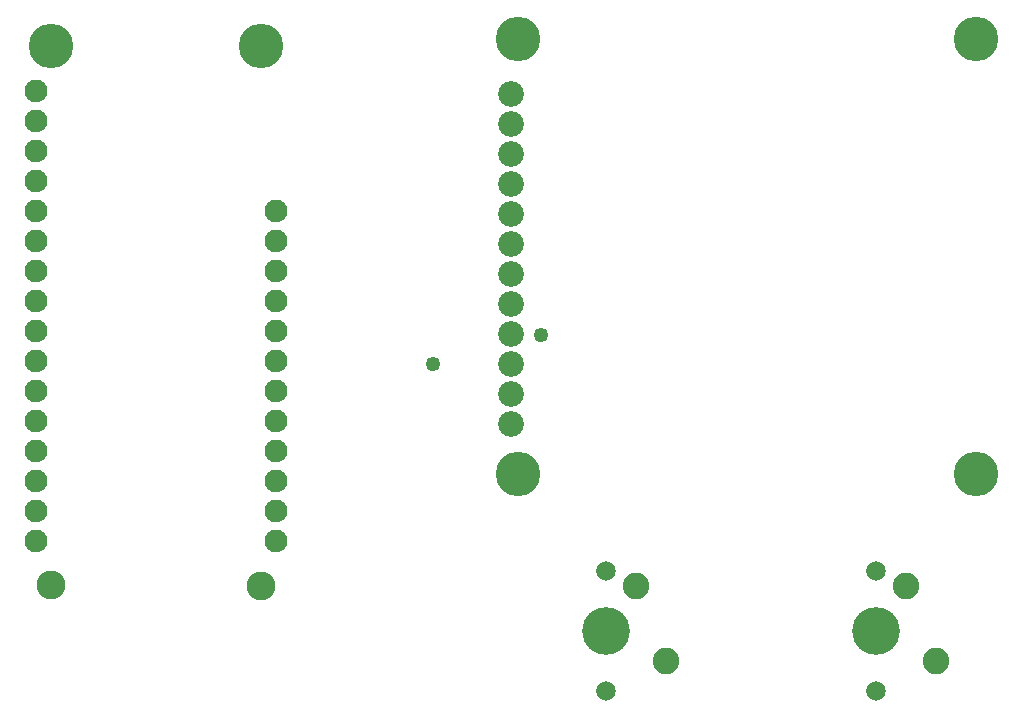
<source format=gbs>
G04 MADE WITH FRITZING*
G04 WWW.FRITZING.ORG*
G04 DOUBLE SIDED*
G04 HOLES PLATED*
G04 CONTOUR ON CENTER OF CONTOUR VECTOR*
%ASAXBY*%
%FSLAX23Y23*%
%MOIN*%
%OFA0B0*%
%SFA1.0B1.0*%
%ADD10C,0.076000*%
%ADD11C,0.148425*%
%ADD12C,0.086000*%
%ADD13C,0.088639*%
%ADD14C,0.158908*%
%ADD15C,0.065278*%
%ADD16C,0.096614*%
%ADD17C,0.049370*%
%LNMASK0*%
G90*
G70*
G54D10*
X153Y2034D03*
X153Y1934D03*
X153Y2134D03*
X153Y2234D03*
X153Y2334D03*
X953Y1934D03*
X953Y1834D03*
X953Y1734D03*
X953Y1634D03*
X953Y1534D03*
X953Y1434D03*
X953Y1334D03*
X953Y1234D03*
X953Y1134D03*
X953Y1034D03*
X953Y934D03*
X953Y834D03*
X153Y1734D03*
G54D11*
X903Y2484D03*
X203Y2484D03*
G54D10*
X153Y1534D03*
X153Y1834D03*
X153Y1334D03*
X153Y1634D03*
X153Y1134D03*
X153Y1434D03*
X153Y934D03*
X153Y1234D03*
X153Y1034D03*
X153Y834D03*
G54D12*
X1736Y2223D03*
G54D11*
X3286Y1058D03*
G54D12*
X1736Y1423D03*
X1736Y2123D03*
X1736Y1223D03*
X1736Y2023D03*
G54D11*
X1761Y1058D03*
G54D12*
X1736Y1923D03*
X1736Y1323D03*
X1736Y1823D03*
G54D11*
X3286Y2508D03*
G54D12*
X1736Y1723D03*
G54D11*
X1761Y2508D03*
G54D12*
X1736Y1623D03*
X1736Y1523D03*
X1736Y2323D03*
G54D13*
X3053Y683D03*
X3153Y434D03*
G54D14*
X2953Y533D03*
G54D15*
X2953Y733D03*
X2953Y334D03*
G54D13*
X2153Y683D03*
X2253Y434D03*
G54D14*
X2053Y533D03*
G54D15*
X2053Y733D03*
X2053Y334D03*
G54D16*
X903Y684D03*
X203Y686D03*
X903Y2483D03*
X204Y2484D03*
X1761Y2508D03*
X3288Y2505D03*
X1761Y1057D03*
X3288Y1057D03*
G54D17*
X1476Y1424D03*
X1836Y1520D03*
G04 End of Mask0*
M02*
</source>
